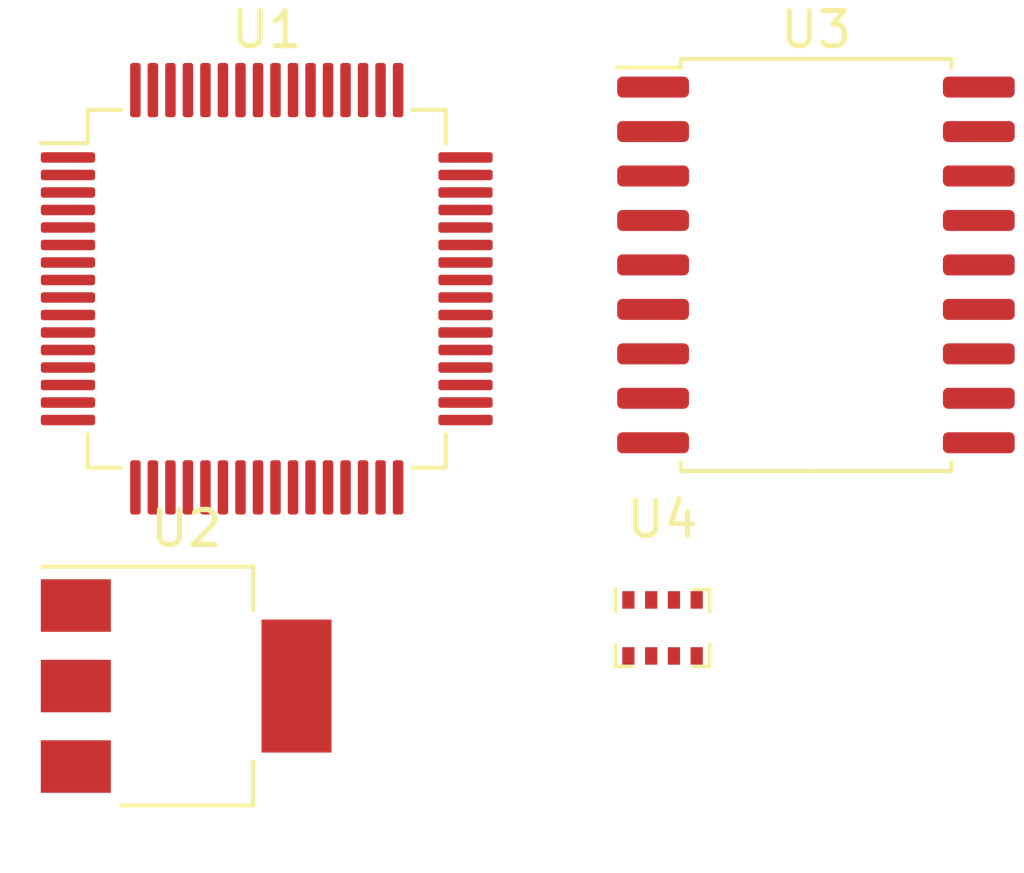
<source format=kicad_pcb>
(kicad_pcb (version 20221018) (generator pcbnew)
  (layers (0 "F.Cu" signal) (31 "B.Cu" signal) (34 "B.Paste" user) (35 "F.Paste" user) (36 "B.SilkS" user "B.Silkscreen") (37 "F.SilkS" user "F.Silkscreen") (38 "B.Mask" user) (39 "F.Mask" user) (44 "Edge.Cuts" user))
  (net 0 "")
  (net 1 "3.3V")
  (net 5 "/STM32F405RGT6/HSC_IN")
  (net 6 "/STM32F405RGT6/HSC_OUT")
  (net 7 "/STM32F405RGT6/NRST")
  (net 8 "/STM32F405RGT6/ADC1_IN10")
  (net 9 "/STM32F405RGT6/ADC1_IN11")
  (net 10 "/STM32F405RGT6/ADC1_IN12")
  (net 11 "/STM32F405RGT6/ADC1_IN13")
  (net 12 "GND")
  (net 13 "+3.3VA")
  (net 14 "/STM32F405RGT6/ADC1_IN0")
  (net 15 "/STM32F405RGT6/ADC1_IN1")
  (net 16 "/STM32F405RGT6/ADC1_IN2")
  (net 17 "/STM32F405RGT6/ADC1_IN3")
  (net 18 "/STM32F405RGT6/ADC1_IN4")
  (net 19 "/STM32F405RGT6/SPI1_CLK")
  (net 20 "/STM32F405RGT6/SPI1_MISO")
  (net 21 "/STM32F405RGT6/SPI1_MOSI")
  (net 22 "/STM32F405RGT6/ADC1_IN14")
  (net 23 "/STM32F405RGT6/ADC1_IN15")
  (net 24 "/STM32F405RGT6/ADC1_IN8")
  (net 25 "/STM32F405RGT6/ADC1_IN9")
  (net 29 "/STM32F405RGT6/VCAP1")
  (net 39 "/STM32F405RGT6/USART_TX")
  (net 40 "/STM32F405RGT6/USART_RX")
  (net 41 "/STM32F405RGT6/USB_D-")
  (net 42 "/STM32F405RGT6/USB_D+")
  (net 43 "/STM32F405RGT6/SWDIO")
  (net 44 "/STM32F405RGT6/VCAP2")
  (net 45 "/STM32F405RGT6/SWCLK")
  (net 54 "/STM32F405RGT6/I2C1_SCL")
  (net 55 "/STM32F405RGT6/I2C1_SDA")
  (net 56 "/STM32F405RGT6/BOOT0")
  (net 57 "/STM32F405RGT6/CAN1_RX")
  (net 58 "/STM32F405RGT6/CAN1_TX")
  (net 59 "VBUS")
  (net 77 "/BMP280/SDA")
  (net 78 "/BMP280/SCL")
  (footprint "Package_SO:SOIC-18W_7.5x11.6mm_P1.27mm" (layer "F.Cu") (at 104.57 101.6)
    (fp_text reference "U3" (at 0 -6.72) (layer "F.SilkS"))
    (fp_text value "MCP2515-xSO")
    (fp_line (start -3.86 -5.885) (end -3.86 -5.64) (stroke (width 0.12)) (layer "F.SilkS"))
    (fp_line (start -3.86 -5.64) (end -5.675 -5.64) (stroke (width 0.12)) (layer "F.SilkS"))
    (fp_line (start -3.86 5.885) (end -3.86 5.64) (stroke (width 0.12)) (layer "F.SilkS"))
    (fp_line (start 0 -5.885) (end -3.86 -5.885) (stroke (width 0.12)) (layer "F.SilkS"))
    (fp_line (start 0 -5.885) (end 3.86 -5.885) (stroke (width 0.12)) (layer "F.SilkS"))
    (fp_line (start 0 5.885) (end -3.86 5.885) (stroke (width 0.12)) (layer "F.SilkS"))
    (fp_line (start 0 5.885) (end 3.86 5.885) (stroke (width 0.12)) (layer "F.SilkS"))
    (fp_line (start 3.86 -5.885) (end 3.86 -5.64) (stroke (width 0.12)) (layer "F.SilkS"))
    (fp_line (start 3.86 5.885) (end 3.86 5.64) (stroke (width 0.12)) (layer "F.SilkS"))
    (pad "1" smd roundrect (at -4.65 -5.08) (size 2.05 0.6) (layers "F.Cu" "F.Paste" "F.Mask"))
    (pad "2" smd roundrect (at -4.65 -3.81) (size 2.05 0.6) (layers "F.Cu" "F.Paste" "F.Mask"))
    (pad "3" smd roundrect (at -4.65 -2.54) (size 2.05 0.6) (layers "F.Cu" "F.Paste" "F.Mask"))
    (pad "4" smd roundrect (at -4.65 -1.27) (size 2.05 0.6) (layers "F.Cu" "F.Paste" "F.Mask"))
    (pad "5" smd roundrect (at -4.65 0) (size 2.05 0.6) (layers "F.Cu" "F.Paste" "F.Mask"))
    (pad "6" smd roundrect (at -4.65 1.27) (size 2.05 0.6) (layers "F.Cu" "F.Paste" "F.Mask"))
    (pad "7" smd roundrect (at -4.65 2.54) (size 2.05 0.6) (layers "F.Cu" "F.Paste" "F.Mask"))
    (pad "8" smd roundrect (at -4.65 3.81) (size 2.05 0.6) (layers "F.Cu" "F.Paste" "F.Mask"))
    (pad "9" smd roundrect (at -4.65 5.08) (size 2.05 0.6) (layers "F.Cu" "F.Paste" "F.Mask") (net 12 "GND"))
    (pad "10" smd roundrect (at 4.65 5.08) (size 2.05 0.6) (layers "F.Cu" "F.Paste" "F.Mask"))
    (pad "11" smd roundrect (at 4.65 3.81) (size 2.05 0.6) (layers "F.Cu" "F.Paste" "F.Mask"))
    (pad "12" smd roundrect (at 4.65 2.54) (size 2.05 0.6) (layers "F.Cu" "F.Paste" "F.Mask"))
    (pad "13" smd roundrect (at 4.65 1.27) (size 2.05 0.6) (layers "F.Cu" "F.Paste" "F.Mask"))
    (pad "14" smd roundrect (at 4.65 0) (size 2.05 0.6) (layers "F.Cu" "F.Paste" "F.Mask"))
    (pad "15" smd roundrect (at 4.65 -1.27) (size 2.05 0.6) (layers "F.Cu" "F.Paste" "F.Mask"))
    (pad "16" smd roundrect (at 4.65 -2.54) (size 2.05 0.6) (layers "F.Cu" "F.Paste" "F.Mask"))
    (pad "17" smd roundrect (at 4.65 -3.81) (size 2.05 0.6) (layers "F.Cu" "F.Paste" "F.Mask"))
    (pad "18" smd roundrect (at 4.65 -5.08) (size 2.05 0.6) (layers "F.Cu" "F.Paste" "F.Mask"))
  )
  (footprint "Package_TO_SOT_SMD:SOT-223-3_TabPin2" (layer "F.Cu") (at 86.59 113.63)
    (fp_text reference "U2" (at 0 -4.5) (layer "F.SilkS"))
    (fp_text value "AMS1117-3.3")
    (fp_line (start -4.1 -3.41) (end 1.91 -3.41) (stroke (width 0.12)) (layer "F.SilkS"))
    (fp_line (start -1.85 3.41) (end 1.91 3.41) (stroke (width 0.12)) (layer "F.SilkS"))
    (fp_line (start 1.91 -3.41) (end 1.91 -2.15) (stroke (width 0.12)) (layer "F.SilkS"))
    (fp_line (start 1.91 3.41) (end 1.91 2.15) (stroke (width 0.12)) (layer "F.SilkS"))
    (pad "1" smd rect (at -3.15 -2.3) (size 2 1.5) (layers "F.Cu" "F.Paste" "F.Mask") (net 12 "GND"))
    (pad "2" smd rect (at -3.15 0) (size 2 1.5) (layers "F.Cu" "F.Paste" "F.Mask") (net 1 "3.3V"))
    (pad "2" smd rect (at 3.15 0) (size 2 3.8) (layers "F.Cu" "F.Paste" "F.Mask") (net 1 "3.3V"))
    (pad "3" smd rect (at -3.15 2.3) (size 2 1.5) (layers "F.Cu" "F.Paste" "F.Mask") (net 59 "VBUS"))
  )
  (footprint "Package_LGA:Bosch_LGA-8_2x2.5mm_P0.65mm_ClockwisePinNumbering" (layer "F.Cu") (at 100.19 111.97)
    (fp_text reference "U4" (at 0 -3.1) (layer "F.SilkS"))
    (fp_text value "BMP280")
    (fp_line (start -1.35 -0.46) (end -1.35 -1.1) (stroke (width 0.1)) (layer "F.SilkS"))
    (fp_line (start -1.35 1.1) (end -1.35 0.46) (stroke (width 0.1)) (layer "F.SilkS"))
    (fp_line (start -1.35 1.1) (end -0.87 1.1) (stroke (width 0.1)) (layer "F.SilkS"))
    (fp_line (start 0.87 -1.1) (end 1.35 -1.1) (stroke (width 0.1)) (layer "F.SilkS"))
    (fp_line (start 0.87 1.1) (end 1.35 1.1) (stroke (width 0.1)) (layer "F.SilkS"))
    (fp_line (start 1.35 -0.46) (end 1.35 -1.1) (stroke (width 0.1)) (layer "F.SilkS"))
    (fp_line (start 1.35 1.1) (end 1.35 0.46) (stroke (width 0.1)) (layer "F.SilkS"))
    (pad "1" smd rect (at -0.975 -0.8 90) (size 0.5 0.35) (layers "F.Cu" "F.Paste" "F.Mask") (net 12 "GND"))
    (pad "2" smd rect (at -0.325 -0.8 90) (size 0.5 0.35) (layers "F.Cu" "F.Paste" "F.Mask") (net 1 "3.3V"))
    (pad "3" smd rect (at 0.325 -0.8 90) (size 0.5 0.35) (layers "F.Cu" "F.Paste" "F.Mask") (net 77 "/BMP280/SDA"))
    (pad "4" smd rect (at 0.975 -0.8 90) (size 0.5 0.35) (layers "F.Cu" "F.Paste" "F.Mask") (net 78 "/BMP280/SCL"))
    (pad "5" smd rect (at 0.975 0.8 90) (size 0.5 0.35) (layers "F.Cu" "F.Paste" "F.Mask") (net 12 "GND"))
    (pad "6" smd rect (at 0.325 0.8 90) (size 0.5 0.35) (layers "F.Cu" "F.Paste" "F.Mask") (net 1 "3.3V"))
    (pad "7" smd rect (at -0.325 0.8 90) (size 0.5 0.35) (layers "F.Cu" "F.Paste" "F.Mask") (net 12 "GND"))
    (pad "8" smd rect (at -0.975 0.8 90) (size 0.5 0.35) (layers "F.Cu" "F.Paste" "F.Mask") (net 1 "3.3V"))
  )
  (footprint "Package_QFP:LQFP-64_10x10mm_P0.5mm" (layer "F.Cu") (at 88.89 102.28)
    (fp_text reference "U1" (at 0 -7.4) (layer "F.SilkS"))
    (fp_text value "STM32F405RGTx")
    (fp_line (start -5.11 -5.11) (end -5.11 -4.16) (stroke (width 0.12)) (layer "F.SilkS"))
    (fp_line (start -5.11 -4.16) (end -6.45 -4.16) (stroke (width 0.12)) (layer "F.SilkS"))
    (fp_line (start -5.11 5.11) (end -5.11 4.16) (stroke (width 0.12)) (layer "F.SilkS"))
    (fp_line (start -4.16 -5.11) (end -5.11 -5.11) (stroke (width 0.12)) (layer "F.SilkS"))
    (fp_line (start -4.16 5.11) (end -5.11 5.11) (stroke (width 0.12)) (layer "F.SilkS"))
    (fp_line (start 4.16 -5.11) (end 5.11 -5.11) (stroke (width 0.12)) (layer "F.SilkS"))
    (fp_line (start 4.16 5.11) (end 5.11 5.11) (stroke (width 0.12)) (layer "F.SilkS"))
    (fp_line (start 5.11 -5.11) (end 5.11 -4.16) (stroke (width 0.12)) (layer "F.SilkS"))
    (fp_line (start 5.11 5.11) (end 5.11 4.16) (stroke (width 0.12)) (layer "F.SilkS"))
    (pad "1" smd roundrect (at -5.675 -3.75) (size 1.55 0.3) (layers "F.Cu" "F.Paste" "F.Mask") (net 1 "3.3V"))
    (pad "2" smd roundrect (at -5.675 -3.25) (size 1.55 0.3) (layers "F.Cu" "F.Paste" "F.Mask"))
    (pad "3" smd roundrect (at -5.675 -2.75) (size 1.55 0.3) (layers "F.Cu" "F.Paste" "F.Mask"))
    (pad "4" smd roundrect (at -5.675 -2.25) (size 1.55 0.3) (layers "F.Cu" "F.Paste" "F.Mask"))
    (pad "5" smd roundrect (at -5.675 -1.75) (size 1.55 0.3) (layers "F.Cu" "F.Paste" "F.Mask") (net 5 "/STM32F405RGT6/HSC_IN"))
    (pad "6" smd roundrect (at -5.675 -1.25) (size 1.55 0.3) (layers "F.Cu" "F.Paste" "F.Mask") (net 6 "/STM32F405RGT6/HSC_OUT"))
    (pad "7" smd roundrect (at -5.675 -0.75) (size 1.55 0.3) (layers "F.Cu" "F.Paste" "F.Mask") (net 7 "/STM32F405RGT6/NRST"))
    (pad "8" smd roundrect (at -5.675 -0.25) (size 1.55 0.3) (layers "F.Cu" "F.Paste" "F.Mask") (net 8 "/STM32F405RGT6/ADC1_IN10"))
    (pad "9" smd roundrect (at -5.675 0.25) (size 1.55 0.3) (layers "F.Cu" "F.Paste" "F.Mask") (net 9 "/STM32F405RGT6/ADC1_IN11"))
    (pad "10" smd roundrect (at -5.675 0.75) (size 1.55 0.3) (layers "F.Cu" "F.Paste" "F.Mask") (net 10 "/STM32F405RGT6/ADC1_IN12"))
    (pad "11" smd roundrect (at -5.675 1.25) (size 1.55 0.3) (layers "F.Cu" "F.Paste" "F.Mask") (net 11 "/STM32F405RGT6/ADC1_IN13"))
    (pad "12" smd roundrect (at -5.675 1.75) (size 1.55 0.3) (layers "F.Cu" "F.Paste" "F.Mask") (net 12 "GND"))
    (pad "13" smd roundrect (at -5.675 2.25) (size 1.55 0.3) (layers "F.Cu" "F.Paste" "F.Mask") (net 13 "+3.3VA"))
    (pad "14" smd roundrect (at -5.675 2.75) (size 1.55 0.3) (layers "F.Cu" "F.Paste" "F.Mask") (net 14 "/STM32F405RGT6/ADC1_IN0"))
    (pad "15" smd roundrect (at -5.675 3.25) (size 1.55 0.3) (layers "F.Cu" "F.Paste" "F.Mask") (net 15 "/STM32F405RGT6/ADC1_IN1"))
    (pad "16" smd roundrect (at -5.675 3.75) (size 1.55 0.3) (layers "F.Cu" "F.Paste" "F.Mask") (net 16 "/STM32F405RGT6/ADC1_IN2"))
    (pad "17" smd roundrect (at -3.75 5.675) (size 0.3 1.55) (layers "F.Cu" "F.Paste" "F.Mask") (net 17 "/STM32F405RGT6/ADC1_IN3"))
    (pad "18" smd roundrect (at -3.25 5.675) (size 0.3 1.55) (layers "F.Cu" "F.Paste" "F.Mask") (net 12 "GND"))
    (pad "19" smd roundrect (at -2.75 5.675) (size 0.3 1.55) (layers "F.Cu" "F.Paste" "F.Mask") (net 1 "3.3V"))
    (pad "20" smd roundrect (at -2.25 5.675) (size 0.3 1.55) (layers "F.Cu" "F.Paste" "F.Mask") (net 18 "/STM32F405RGT6/ADC1_IN4"))
    (pad "21" smd roundrect (at -1.75 5.675) (size 0.3 1.55) (layers "F.Cu" "F.Paste" "F.Mask") (net 19 "/STM32F405RGT6/SPI1_CLK"))
    (pad "22" smd roundrect (at -1.25 5.675) (size 0.3 1.55) (layers "F.Cu" "F.Paste" "F.Mask") (net 20 "/STM32F405RGT6/SPI1_MISO"))
    (pad "23" smd roundrect (at -0.75 5.675) (size 0.3 1.55) (layers "F.Cu" "F.Paste" "F.Mask") (net 21 "/STM32F405RGT6/SPI1_MOSI"))
    (pad "24" smd roundrect (at -0.25 5.675) (size 0.3 1.55) (layers "F.Cu" "F.Paste" "F.Mask") (net 22 "/STM32F405RGT6/ADC1_IN14"))
    (pad "25" smd roundrect (at 0.25 5.675) (size 0.3 1.55) (layers "F.Cu" "F.Paste" "F.Mask") (net 23 "/STM32F405RGT6/ADC1_IN15"))
    (pad "26" smd roundrect (at 0.75 5.675) (size 0.3 1.55) (layers "F.Cu" "F.Paste" "F.Mask") (net 24 "/STM32F405RGT6/ADC1_IN8"))
    (pad "27" smd roundrect (at 1.25 5.675) (size 0.3 1.55) (layers "F.Cu" "F.Paste" "F.Mask") (net 25 "/STM32F405RGT6/ADC1_IN9"))
    (pad "28" smd roundrect (at 1.75 5.675) (size 0.3 1.55) (layers "F.Cu" "F.Paste" "F.Mask"))
    (pad "29" smd roundrect (at 2.25 5.675) (size 0.3 1.55) (layers "F.Cu" "F.Paste" "F.Mask"))
    (pad "30" smd roundrect (at 2.75 5.675) (size 0.3 1.55) (layers "F.Cu" "F.Paste" "F.Mask"))
    (pad "31" smd roundrect (at 3.25 5.675) (size 0.3 1.55) (layers "F.Cu" "F.Paste" "F.Mask") (net 29 "/STM32F405RGT6/VCAP1"))
    (pad "32" smd roundrect (at 3.75 5.675) (size 0.3 1.55) (layers "F.Cu" "F.Paste" "F.Mask") (net 1 "3.3V"))
    (pad "33" smd roundrect (at 5.675 3.75) (size 1.55 0.3) (layers "F.Cu" "F.Paste" "F.Mask"))
    (pad "34" smd roundrect (at 5.675 3.25) (size 1.55 0.3) (layers "F.Cu" "F.Paste" "F.Mask"))
    (pad "35" smd roundrect (at 5.675 2.75) (size 1.55 0.3) (layers "F.Cu" "F.Paste" "F.Mask"))
    (pad "36" smd roundrect (at 5.675 2.25) (size 1.55 0.3) (layers "F.Cu" "F.Paste" "F.Mask"))
    (pad "37" smd roundrect (at 5.675 1.75) (size 1.55 0.3) (layers "F.Cu" "F.Paste" "F.Mask"))
    (pad "38" smd roundrect (at 5.675 1.25) (size 1.55 0.3) (layers "F.Cu" "F.Paste" "F.Mask"))
    (pad "39" smd roundrect (at 5.675 0.75) (size 1.55 0.3) (layers "F.Cu" "F.Paste" "F.Mask"))
    (pad "40" smd roundrect (at 5.675 0.25) (size 1.55 0.3) (layers "F.Cu" "F.Paste" "F.Mask"))
    (pad "41" smd roundrect (at 5.675 -0.25) (size 1.55 0.3) (layers "F.Cu" "F.Paste" "F.Mask"))
    (pad "42" smd roundrect (at 5.675 -0.75) (size 1.55 0.3) (layers "F.Cu" "F.Paste" "F.Mask") (net 39 "/STM32F405RGT6/USART_TX"))
    (pad "43" smd roundrect (at 5.675 -1.25) (size 1.55 0.3) (layers "F.Cu" "F.Paste" "F.Mask") (net 40 "/STM32F405RGT6/USART_RX"))
    (pad "44" smd roundrect (at 5.675 -1.75) (size 1.55 0.3) (layers "F.Cu" "F.Paste" "F.Mask") (net 41 "/STM32F405RGT6/USB_D-"))
    (pad "45" smd roundrect (at 5.675 -2.25) (size 1.55 0.3) (layers "F.Cu" "F.Paste" "F.Mask") (net 42 "/STM32F405RGT6/USB_D+"))
    (pad "46" smd roundrect (at 5.675 -2.75) (size 1.55 0.3) (layers "F.Cu" "F.Paste" "F.Mask") (net 43 "/STM32F405RGT6/SWDIO"))
    (pad "47" smd roundrect (at 5.675 -3.25) (size 1.55 0.3) (layers "F.Cu" "F.Paste" "F.Mask") (net 44 "/STM32F405RGT6/VCAP2"))
    (pad "48" smd roundrect (at 5.675 -3.75) (size 1.55 0.3) (layers "F.Cu" "F.Paste" "F.Mask") (net 1 "3.3V"))
    (pad "49" smd roundrect (at 3.75 -5.675) (size 0.3 1.55) (layers "F.Cu" "F.Paste" "F.Mask") (net 45 "/STM32F405RGT6/SWCLK"))
    (pad "50" smd roundrect (at 3.25 -5.675) (size 0.3 1.55) (layers "F.Cu" "F.Paste" "F.Mask"))
    (pad "51" smd roundrect (at 2.75 -5.675) (size 0.3 1.55) (layers "F.Cu" "F.Paste" "F.Mask"))
    (pad "52" smd roundrect (at 2.25 -5.675) (size 0.3 1.55) (layers "F.Cu" "F.Paste" "F.Mask"))
    (pad "53" smd roundrect (at 1.75 -5.675) (size 0.3 1.55) (layers "F.Cu" "F.Paste" "F.Mask"))
    (pad "54" smd roundrect (at 1.25 -5.675) (size 0.3 1.55) (layers "F.Cu" "F.Paste" "F.Mask"))
    (pad "55" smd roundrect (at 0.75 -5.675) (size 0.3 1.55) (layers "F.Cu" "F.Paste" "F.Mask"))
    (pad "56" smd roundrect (at 0.25 -5.675) (size 0.3 1.55) (layers "F.Cu" "F.Paste" "F.Mask"))
    (pad "57" smd roundrect (at -0.25 -5.675) (size 0.3 1.55) (layers "F.Cu" "F.Paste" "F.Mask"))
    (pad "58" smd roundrect (at -0.75 -5.675) (size 0.3 1.55) (layers "F.Cu" "F.Paste" "F.Mask") (net 54 "/STM32F405RGT6/I2C1_SCL"))
    (pad "59" smd roundrect (at -1.25 -5.675) (size 0.3 1.55) (layers "F.Cu" "F.Paste" "F.Mask") (net 55 "/STM32F405RGT6/I2C1_SDA"))
    (pad "60" smd roundrect (at -1.75 -5.675) (size 0.3 1.55) (layers "F.Cu" "F.Paste" "F.Mask") (net 56 "/STM32F405RGT6/BOOT0"))
    (pad "61" smd roundrect (at -2.25 -5.675) (size 0.3 1.55) (layers "F.Cu" "F.Paste" "F.Mask") (net 57 "/STM32F405RGT6/CAN1_RX"))
    (pad "62" smd roundrect (at -2.75 -5.675) (size 0.3 1.55) (layers "F.Cu" "F.Paste" "F.Mask") (net 58 "/STM32F405RGT6/CAN1_TX"))
    (pad "63" smd roundrect (at -3.25 -5.675) (size 0.3 1.55) (layers "F.Cu" "F.Paste" "F.Mask") (net 12 "GND"))
    (pad "64" smd roundrect (at -3.75 -5.675) (size 0.3 1.55) (layers "F.Cu" "F.Paste" "F.Mask") (net 1 "3.3V"))
  )
)
</source>
